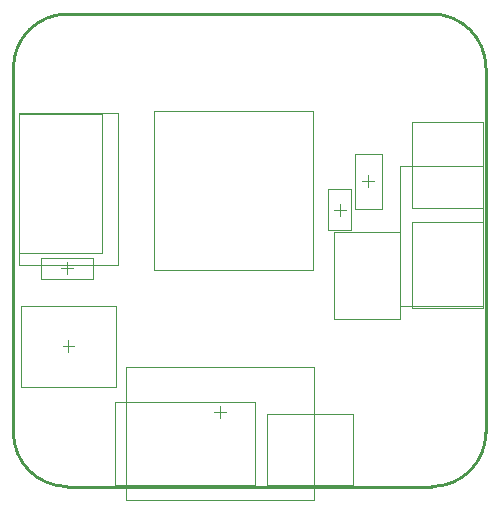
<source format=gbr>
%TF.GenerationSoftware,Altium Limited,Altium Designer,21.3.2 (30)*%
G04 Layer_Color=32768*
%FSLAX44Y44*%
%MOMM*%
%TF.SameCoordinates,DF9C5644-7730-4CB0-946D-AD2690A7FF42*%
%TF.FilePolarity,Positive*%
%TF.FileFunction,Other,Mechanical_15*%
%TF.Part,Single*%
G01*
G75*
%TA.AperFunction,NonConductor*%
%ADD44C,0.1000*%
%ADD47C,0.2540*%
%ADD80C,0.0500*%
D44*
X603620Y680720D02*
X613620D01*
X608620Y675720D02*
Y685720D01*
X567000Y759440D02*
X637380D01*
X567000D02*
Y877440D01*
X637380D01*
Y759440D02*
Y877440D01*
X889160Y832990D02*
X959540D01*
Y714990D02*
Y832990D01*
X889160Y714990D02*
X959540D01*
X889160D02*
Y832990D01*
X607060Y741760D02*
Y751760D01*
X602060Y746760D02*
X612060D01*
X828200Y778790D02*
X848200D01*
X828200Y813790D02*
X848200D01*
Y778790D02*
Y813790D01*
X828200Y778790D02*
Y813790D01*
X838200Y791290D02*
Y801290D01*
X833200Y796290D02*
X843200D01*
X850830Y796920D02*
X873830D01*
X850830Y843920D02*
X873830D01*
Y796920D02*
Y843920D01*
X850830Y796920D02*
Y843920D01*
X862330Y815420D02*
Y825420D01*
X857330Y820420D02*
X867330D01*
X833060Y703410D02*
X889060D01*
Y777410D01*
X833060D02*
X889060D01*
X833060Y703410D02*
Y777410D01*
X567050Y878600D02*
X650300D01*
X567050Y749100D02*
Y878600D01*
Y749100D02*
X650300D01*
Y878600D01*
X648390Y633900D02*
X766390D01*
Y563520D02*
Y633900D01*
X648390Y563520D02*
X766390D01*
X648390D02*
Y633900D01*
D47*
X962025Y916305D02*
G03*
X916305Y962025I-45720J0D01*
G01*
Y561975D02*
G03*
X962025Y607695I0J45720D01*
G01*
X607695Y962025D02*
G03*
X561975Y916305I0J-45720D01*
G01*
Y607695D02*
G03*
X607695Y561975I45720J0D01*
G01*
X916305D01*
X607695Y962025D02*
X916305D01*
X962025Y607695D02*
Y916305D01*
X561975Y607695D02*
Y916305D01*
D80*
X816300Y550140D02*
Y662790D01*
X656900Y550140D02*
X816300D01*
X656900D02*
Y662790D01*
X816300D01*
X736600Y619840D02*
Y629840D01*
X731600Y624840D02*
X741600D01*
X648620Y646220D02*
Y715220D01*
X568620Y646220D02*
Y715220D01*
X648620D01*
X568620Y646220D02*
X648620D01*
X585160Y755760D02*
X628960D01*
X585160Y737760D02*
Y755760D01*
X628960Y737760D02*
Y755760D01*
X585160Y737760D02*
X628960D01*
X815442Y745272D02*
Y879772D01*
X680942D02*
X815442D01*
X680942Y745272D02*
Y879772D01*
Y745272D02*
X815442D01*
X776380Y623660D02*
X849380D01*
Y563160D02*
Y623660D01*
X776380Y563160D02*
X849380D01*
X776380D02*
Y623660D01*
X899070Y712880D02*
Y785880D01*
X959570D01*
Y712880D02*
Y785880D01*
X899070Y712880D02*
X959570D01*
X899070Y797970D02*
Y870970D01*
X959570D01*
Y797970D02*
Y870970D01*
X899070Y797970D02*
X959570D01*
%TF.MD5,829ed5ca2785f28ad58a48487406a91d*%
M02*

</source>
